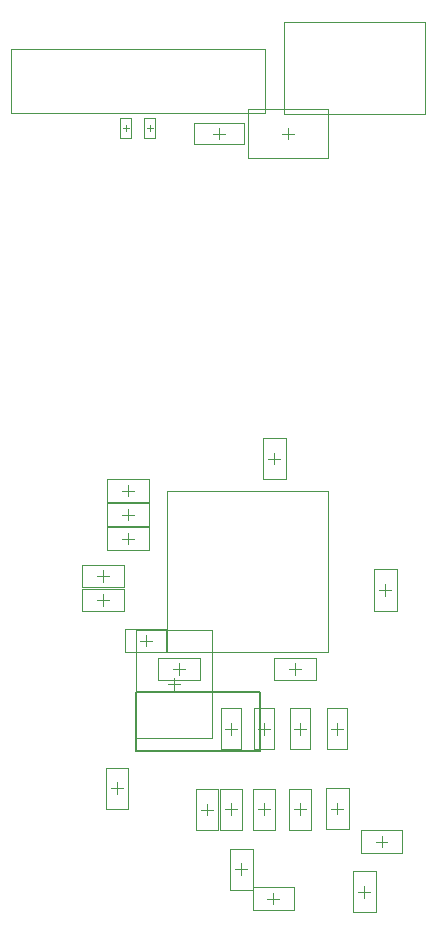
<source format=gbr>
%TF.GenerationSoftware,Altium Limited,Altium Designer,20.1.14 (287)*%
G04 Layer_Color=32768*
%FSLAX25Y25*%
%MOIN*%
%TF.SameCoordinates,66620FBD-E1AE-4FB5-826F-034038840454*%
%TF.FilePolarity,Positive*%
%TF.FileFunction,Other,Mechanical_15*%
%TF.Part,Single*%
G01*
G75*
%TA.AperFunction,NonConductor*%
%ADD44C,0.00787*%
%ADD45C,0.00197*%
%ADD47C,0.00394*%
D44*
X110669Y56657D02*
Y76342D01*
X69331D02*
X110669D01*
X69331Y56657D02*
Y76342D01*
Y56657D02*
X110669D01*
D45*
X88827Y258957D02*
X105362D01*
X88827Y266043D02*
X105362D01*
X88828Y258957D02*
Y266044D01*
X105363Y258957D02*
Y266044D01*
X141760Y2870D02*
X149240D01*
X141760Y16650D02*
X149240D01*
X141760Y2870D02*
Y16650D01*
X149240Y2870D02*
Y16650D01*
X59260Y37370D02*
X66740D01*
X59260Y51150D02*
X66740D01*
Y37370D02*
Y51150D01*
X59260Y37370D02*
Y51150D01*
X79728Y143272D02*
X133272D01*
Y89728D02*
Y143272D01*
X79728Y89728D02*
X133272D01*
X79728D02*
Y143272D01*
X69382Y61106D02*
X94618D01*
Y96894D01*
X69382Y61106D02*
Y96894D01*
X94618D01*
X27618Y269370D02*
X112382D01*
X27618Y290630D02*
X112382D01*
Y269370D02*
Y290630D01*
X27618Y269370D02*
Y290630D01*
X132760Y30610D02*
X140240D01*
X132760Y44390D02*
X140240D01*
Y30610D02*
Y44390D01*
X132760Y30610D02*
Y44390D01*
X108260Y30350D02*
X115740D01*
X108260Y44130D02*
X115740D01*
Y30350D02*
Y44130D01*
X108260Y30350D02*
Y44130D01*
X97260Y30350D02*
X104740D01*
X97260Y44130D02*
X104740D01*
Y30350D02*
Y44130D01*
X97260Y30350D02*
Y44130D01*
X120260Y30350D02*
X127740D01*
X120260Y44130D02*
X127740D01*
Y30350D02*
Y44130D01*
X120260Y30350D02*
Y44130D01*
X144370Y22760D02*
Y30240D01*
X158150Y22760D02*
Y30240D01*
X144370Y22760D02*
X158150D01*
X144370Y30240D02*
X158150D01*
X100760Y24150D02*
X108240D01*
X100760Y10370D02*
X108240D01*
X100760D02*
Y24150D01*
X108240Y10370D02*
Y24150D01*
X59850Y139760D02*
Y147240D01*
X73630Y139760D02*
Y147240D01*
X59850Y139760D02*
X73630D01*
X59850Y147240D02*
X73630D01*
X59850Y131760D02*
Y139240D01*
X73630Y131760D02*
Y139240D01*
X59850Y131760D02*
X73630D01*
X59850Y139240D02*
X73630D01*
X59850Y123760D02*
Y131240D01*
X73630Y123760D02*
Y131240D01*
X59850Y123760D02*
X73630D01*
X59850Y131240D02*
X73630D01*
X76850Y80260D02*
Y87740D01*
X90630Y80260D02*
Y87740D01*
X76850Y80260D02*
X90630D01*
X76850Y87740D02*
X90630D01*
X165571Y268949D02*
Y299658D01*
X118642Y268949D02*
X165571D01*
X118642D02*
Y299658D01*
X165571D01*
X106656Y270768D02*
X133344D01*
X106656Y254232D02*
X133344D01*
Y270768D01*
X106656Y254232D02*
Y270768D01*
X129240Y80260D02*
Y87740D01*
X115461Y80260D02*
Y87740D01*
X129240D01*
X115461Y80260D02*
X129240D01*
X122039Y3760D02*
Y11240D01*
X108260Y3760D02*
Y11240D01*
X122039D01*
X108260Y3760D02*
X122039D01*
X89260Y30260D02*
X96740D01*
X89260Y44039D02*
X96740D01*
Y30260D02*
Y44039D01*
X89260Y30260D02*
Y44039D01*
X65760Y89760D02*
Y97240D01*
X79539Y89760D02*
Y97240D01*
X65760Y89760D02*
X79539D01*
X65760Y97240D02*
X79539D01*
X65240Y111260D02*
Y118740D01*
X51461Y111260D02*
Y118740D01*
X65240D01*
X51461Y111260D02*
X65240D01*
X51461Y103260D02*
Y110740D01*
X65240Y103260D02*
Y110740D01*
X51461Y103260D02*
X65240D01*
X51461Y110740D02*
X65240D01*
X148760Y117240D02*
X156240D01*
X148760Y103461D02*
X156240D01*
X148760D02*
Y117240D01*
X156240Y103461D02*
Y117240D01*
X111760Y161039D02*
X119240D01*
X111760Y147260D02*
X119240D01*
X111760D02*
Y161039D01*
X119240Y147260D02*
Y161039D01*
X72917Y264272D02*
X75083D01*
X74000Y263189D02*
Y265354D01*
X72228Y260925D02*
Y267618D01*
X75772Y260925D02*
Y267618D01*
X72228Y260925D02*
X75772D01*
X72228Y267618D02*
X75772D01*
X64917Y264272D02*
X67083D01*
X66000Y263189D02*
Y265354D01*
X64228Y260925D02*
Y267618D01*
X67772Y260925D02*
Y267618D01*
X64228Y260925D02*
X67772D01*
X64228Y267618D02*
X67772D01*
D47*
X97096Y260531D02*
Y264469D01*
X95127Y262500D02*
X99064D01*
X145500Y7791D02*
Y11728D01*
X143532Y9760D02*
X147468D01*
X63000Y42291D02*
Y46228D01*
X61032Y44260D02*
X64969D01*
X82000Y77031D02*
Y80968D01*
X80032Y79000D02*
X83969D01*
X136500Y35531D02*
Y39469D01*
X134531Y37500D02*
X138469D01*
X112000Y35272D02*
Y39209D01*
X110031Y37240D02*
X113969D01*
X101000Y35272D02*
Y39209D01*
X99032Y37240D02*
X102969D01*
X124000Y35272D02*
Y39209D01*
X122031Y37240D02*
X125969D01*
X149291Y26500D02*
X153228D01*
X151260Y24532D02*
Y28468D01*
X104500Y15291D02*
Y19228D01*
X102532Y17260D02*
X106468D01*
X64772Y143500D02*
X68709D01*
X66740Y141532D02*
Y145468D01*
X64772Y135500D02*
X68709D01*
X66740Y133531D02*
Y137469D01*
X64772Y127500D02*
X68709D01*
X66740Y125531D02*
Y129469D01*
X81772Y84000D02*
X85709D01*
X83740Y82032D02*
Y85969D01*
X99032Y64134D02*
X102969D01*
X101000Y62165D02*
Y66102D01*
X97654Y57342D02*
Y70925D01*
X104347Y57342D02*
Y70925D01*
X97654Y57342D02*
X104347D01*
X97654Y70925D02*
X104347D01*
X134531Y64134D02*
X138469D01*
X136500Y62165D02*
Y66102D01*
X133153Y57342D02*
Y70925D01*
X139847Y57342D02*
Y70925D01*
X133153Y57342D02*
X139847D01*
X133153Y70925D02*
X139847D01*
X110031Y64134D02*
X113969D01*
X112000Y62165D02*
Y66102D01*
X108653Y57342D02*
Y70925D01*
X115347Y57342D02*
Y70925D01*
X108653Y57342D02*
X115347D01*
X108653Y70925D02*
X115347D01*
X120000Y260531D02*
Y264469D01*
X118032Y262500D02*
X121968D01*
X122031Y64134D02*
X125969D01*
X124000Y62165D02*
Y66102D01*
X120653Y57342D02*
Y70925D01*
X127347Y57342D02*
Y70925D01*
X120653Y57342D02*
X127347D01*
X120653Y70925D02*
X127347D01*
X120382Y84000D02*
X124319D01*
X122350Y82032D02*
Y85969D01*
X113181Y7500D02*
X117118D01*
X115150Y5531D02*
Y9469D01*
X93000Y35181D02*
Y39118D01*
X91031Y37150D02*
X94968D01*
X70681Y93500D02*
X74618D01*
X72650Y91531D02*
Y95468D01*
X56382Y115000D02*
X60319D01*
X58350Y113031D02*
Y116969D01*
X56382Y107000D02*
X60319D01*
X58350Y105032D02*
Y108968D01*
X152500Y108382D02*
Y112319D01*
X150531Y110350D02*
X154469D01*
X115500Y152181D02*
Y156118D01*
X113531Y154150D02*
X117469D01*
%TF.MD5,63960a0a2dfdd348f8039199c1f8b76a*%
M02*

</source>
